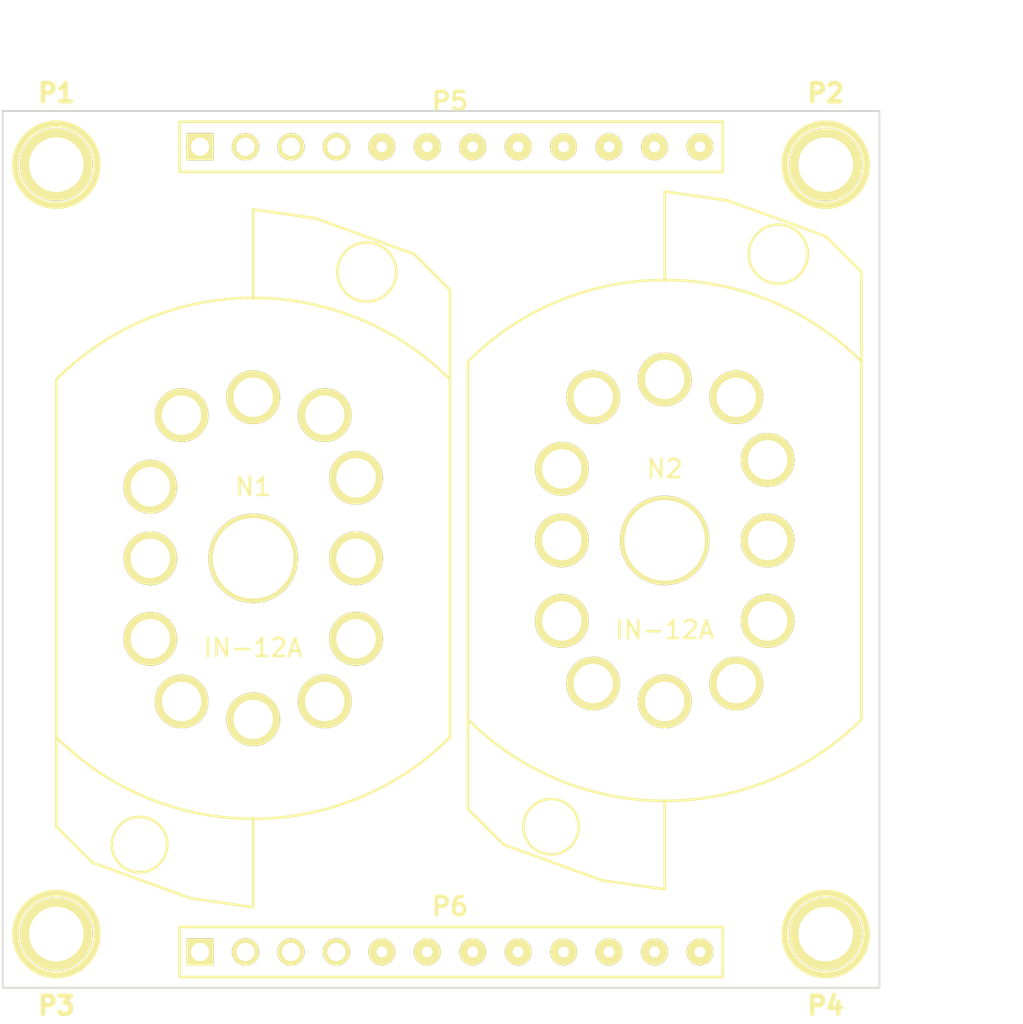
<source format=kicad_pcb>
(kicad_pcb (version 3) (host pcbnew "(2013-dec-23)-stable")

  (general
    (links 23)
    (no_connects 23)
    (area 139.232334 36.150001 200.999999 92.4036)
    (thickness 1.6)
    (drawings 6)
    (tracks 0)
    (zones 0)
    (modules 8)
    (nets 24)
  )

  (page A3)
  (layers
    (15 F.Cu signal)
    (0 B.Cu signal)
    (16 B.Adhes user)
    (17 F.Adhes user)
    (18 B.Paste user)
    (19 F.Paste user)
    (20 B.SilkS user)
    (21 F.SilkS user)
    (22 B.Mask user)
    (23 F.Mask user)
    (24 Dwgs.User user)
    (25 Cmts.User user)
    (26 Eco1.User user)
    (27 Eco2.User user)
    (28 Edge.Cuts user)
  )

  (setup
    (last_trace_width 0.254)
    (trace_clearance 0.254)
    (zone_clearance 0.508)
    (zone_45_only no)
    (trace_min 0.254)
    (segment_width 0.2)
    (edge_width 0.1)
    (via_size 0.889)
    (via_drill 0.635)
    (via_min_size 0.889)
    (via_min_drill 0.508)
    (uvia_size 0.508)
    (uvia_drill 0.127)
    (uvias_allowed no)
    (uvia_min_size 0.508)
    (uvia_min_drill 0.127)
    (pcb_text_width 0.3)
    (pcb_text_size 1.5 1.5)
    (mod_edge_width 0.15)
    (mod_text_size 1 1)
    (mod_text_width 0.15)
    (pad_size 5 5)
    (pad_drill 4.5)
    (pad_to_mask_clearance 0)
    (aux_axis_origin 0 0)
    (visible_elements FFFFFFBF)
    (pcbplotparams
      (layerselection 3178497)
      (usegerberextensions true)
      (excludeedgelayer true)
      (linewidth 0.150000)
      (plotframeref false)
      (viasonmask false)
      (mode 1)
      (useauxorigin false)
      (hpglpennumber 1)
      (hpglpenspeed 20)
      (hpglpendiameter 15)
      (hpglpenoverlay 2)
      (psnegative false)
      (psa4output false)
      (plotreference true)
      (plotvalue true)
      (plotothertext true)
      (plotinvisibletext false)
      (padsonsilk false)
      (subtractmaskfromsilk false)
      (outputformat 1)
      (mirror false)
      (drillshape 1)
      (scaleselection 1)
      (outputdirectory ""))
  )

  (net 0 "")
  (net 1 /A0)
  (net 2 /A1)
  (net 3 /A2)
  (net 4 /A3)
  (net 5 /A4)
  (net 6 /A5)
  (net 7 /A6)
  (net 8 /A7)
  (net 9 /A8)
  (net 10 /A9)
  (net 11 /B0)
  (net 12 /B1)
  (net 13 /B2)
  (net 14 /B3)
  (net 15 /B4)
  (net 16 /B5)
  (net 17 /B6)
  (net 18 /B7)
  (net 19 /B8)
  (net 20 /B9)
  (net 21 GND)
  (net 22 N-0000010)
  (net 23 N-000006)

  (net_class Default "This is the default net class."
    (clearance 0.254)
    (trace_width 0.254)
    (via_dia 0.889)
    (via_drill 0.635)
    (uvia_dia 0.508)
    (uvia_drill 0.127)
    (add_net "")
    (add_net /A0)
    (add_net /A1)
    (add_net /A2)
    (add_net /A3)
    (add_net /A4)
    (add_net /A5)
    (add_net /A6)
    (add_net /A7)
    (add_net /A8)
    (add_net /A9)
    (add_net /B0)
    (add_net /B1)
    (add_net /B2)
    (add_net /B3)
    (add_net /B4)
    (add_net /B5)
    (add_net /B6)
    (add_net /B7)
    (add_net /B8)
    (add_net /B9)
    (add_net GND)
    (add_net N-0000010)
    (add_net N-000006)
  )

  (module PIN_ARRAY_12x1 (layer F.Cu) (tedit 5395F38D) (tstamp 5399EE4F)
    (at 165 44)
    (descr "Double rangee de contacts 2 x 5 pins")
    (tags CONN)
    (path /5387182A)
    (fp_text reference P5 (at 0 -2.54) (layer F.SilkS)
      (effects (font (size 1.016 1.016) (thickness 0.2032)))
    )
    (fp_text value CONN_12 (at 0 2.54) (layer F.SilkS) hide
      (effects (font (size 1.016 1.016) (thickness 0.2032)))
    )
    (fp_line (start -15.113 -1.397) (end -15.113 1.397) (layer F.SilkS) (width 0.15))
    (fp_line (start -15.113 1.397) (end 15.24 1.397) (layer F.SilkS) (width 0.15))
    (fp_line (start 15.24 1.397) (end 15.24 -1.397) (layer F.SilkS) (width 0.15))
    (fp_line (start 15.24 -1.397) (end -15.113 -1.397) (layer F.SilkS) (width 0.15))
    (pad 1 thru_hole rect (at -13.97 0) (size 1.524 1.524) (drill 1.016)
      (layers *.Cu *.Mask F.SilkS)
      (net 22 N-0000010)
    )
    (pad 2 thru_hole circle (at -11.43 0) (size 1.524 1.524) (drill 1.016)
      (layers *.Cu *.Mask F.SilkS)
      (net 1 /A0)
    )
    (pad 3 thru_hole circle (at -8.89 0) (size 1.524 1.524) (drill 1.016)
      (layers *.Cu *.Mask F.SilkS)
      (net 2 /A1)
    )
    (pad 4 thru_hole circle (at -6.35 0) (size 1.524 1.524) (drill 1.016)
      (layers *.Cu *.Mask F.SilkS)
      (net 6 /A5)
    )
    (pad 5 thru_hole circle (at -3.81 0) (size 1.5 1.5) (drill 0.6)
      (layers *.Cu *.Mask F.SilkS)
      (net 5 /A4)
    )
    (pad 6 thru_hole circle (at -1.27 0) (size 1.5 1.5) (drill 0.6)
      (layers *.Cu *.Mask F.SilkS)
      (net 7 /A6)
    )
    (pad 7 thru_hole circle (at 1.27 0) (size 1.5 1.5) (drill 0.6)
      (layers *.Cu *.Mask F.SilkS)
      (net 8 /A7)
    )
    (pad 8 thru_hole circle (at 3.81 0) (size 1.5 1.5) (drill 0.6)
      (layers *.Cu *.Mask F.SilkS)
      (net 4 /A3)
    )
    (pad 9 thru_hole circle (at 6.35 0) (size 1.5 1.5) (drill 0.6)
      (layers *.Cu *.Mask F.SilkS)
      (net 9 /A8)
    )
    (pad 10 thru_hole circle (at 8.89 0) (size 1.5 1.5) (drill 0.6)
      (layers *.Cu *.Mask F.SilkS)
      (net 10 /A9)
    )
    (pad 11 thru_hole circle (at 11.43 0) (size 1.5 1.5) (drill 0.6)
      (layers *.Cu *.Mask F.SilkS)
      (net 3 /A2)
    )
    (pad 12 thru_hole circle (at 13.97 0) (size 1.5 1.5) (drill 0.6)
      (layers *.Cu *.Mask F.SilkS)
      (net 21 GND)
    )
    (model pin_array\pins_array_4x1.wrl
      (at (xyz 0 0 0))
      (scale (xyz 1 1 1))
      (rotate (xyz 0 0 0))
    )
  )

  (module PIN_ARRAY_12x1 (layer F.Cu) (tedit 5395F38D) (tstamp 5399EE63)
    (at 165 89)
    (descr "Double rangee de contacts 2 x 5 pins")
    (tags CONN)
    (path /53871848)
    (fp_text reference P6 (at 0 -2.54) (layer F.SilkS)
      (effects (font (size 1.016 1.016) (thickness 0.2032)))
    )
    (fp_text value CONN_12 (at 0 2.54) (layer F.SilkS) hide
      (effects (font (size 1.016 1.016) (thickness 0.2032)))
    )
    (fp_line (start -15.113 -1.397) (end -15.113 1.397) (layer F.SilkS) (width 0.15))
    (fp_line (start -15.113 1.397) (end 15.24 1.397) (layer F.SilkS) (width 0.15))
    (fp_line (start 15.24 1.397) (end 15.24 -1.397) (layer F.SilkS) (width 0.15))
    (fp_line (start 15.24 -1.397) (end -15.113 -1.397) (layer F.SilkS) (width 0.15))
    (pad 1 thru_hole rect (at -13.97 0) (size 1.524 1.524) (drill 1.016)
      (layers *.Cu *.Mask F.SilkS)
      (net 11 /B0)
    )
    (pad 2 thru_hole circle (at -11.43 0) (size 1.524 1.524) (drill 1.016)
      (layers *.Cu *.Mask F.SilkS)
      (net 12 /B1)
    )
    (pad 3 thru_hole circle (at -8.89 0) (size 1.524 1.524) (drill 1.016)
      (layers *.Cu *.Mask F.SilkS)
      (net 16 /B5)
    )
    (pad 4 thru_hole circle (at -6.35 0) (size 1.524 1.524) (drill 1.016)
      (layers *.Cu *.Mask F.SilkS)
      (net 15 /B4)
    )
    (pad 5 thru_hole circle (at -3.81 0) (size 1.5 1.5) (drill 0.6)
      (layers *.Cu *.Mask F.SilkS)
      (net 21 GND)
    )
    (pad 6 thru_hole circle (at -1.27 0) (size 1.5 1.5) (drill 0.6)
      (layers *.Cu *.Mask F.SilkS)
      (net 17 /B6)
    )
    (pad 7 thru_hole circle (at 1.27 0) (size 1.5 1.5) (drill 0.6)
      (layers *.Cu *.Mask F.SilkS)
      (net 18 /B7)
    )
    (pad 8 thru_hole circle (at 3.81 0) (size 1.5 1.5) (drill 0.6)
      (layers *.Cu *.Mask F.SilkS)
      (net 14 /B3)
    )
    (pad 9 thru_hole circle (at 6.35 0) (size 1.5 1.5) (drill 0.6)
      (layers *.Cu *.Mask F.SilkS)
      (net 19 /B8)
    )
    (pad 10 thru_hole circle (at 8.89 0) (size 1.5 1.5) (drill 0.6)
      (layers *.Cu *.Mask F.SilkS)
      (net 20 /B9)
    )
    (pad 11 thru_hole circle (at 11.43 0) (size 1.5 1.5) (drill 0.6)
      (layers *.Cu *.Mask F.SilkS)
      (net 13 /B2)
    )
    (pad 12 thru_hole circle (at 13.97 0) (size 1.5 1.5) (drill 0.6)
      (layers *.Cu *.Mask F.SilkS)
      (net 23 N-000006)
    )
    (model pin_array\pins_array_4x1.wrl
      (at (xyz 0 0 0))
      (scale (xyz 1 1 1))
      (rotate (xyz 0 0 0))
    )
  )

  (module IN-12A (layer F.Cu) (tedit 5399EC77) (tstamp 5399EE84)
    (at 154 67)
    (path /53871802)
    (fp_text reference N1 (at 0 -4) (layer F.SilkS)
      (effects (font (size 1 1) (thickness 0.15)))
    )
    (fp_text value IN-12A (at 0 5) (layer F.SilkS)
      (effects (font (size 1 1) (thickness 0.15)))
    )
    (fp_circle (center 6.35 -16) (end 8 -16) (layer F.SilkS) (width 0.15))
    (fp_circle (center -6.35 16) (end -7.9 16) (layer F.SilkS) (width 0.15))
    (fp_line (start -9 17) (end -3.5 19) (layer F.SilkS) (width 0.15))
    (fp_line (start -3.5 19) (end 0 19.5) (layer F.SilkS) (width 0.15))
    (fp_line (start -11 15) (end -9 17) (layer F.SilkS) (width 0.15))
    (fp_line (start -11 10) (end -11 15) (layer F.SilkS) (width 0.15))
    (fp_line (start 0 14.5) (end 0 19.5) (layer F.SilkS) (width 0.15))
    (fp_line (start 11 -15) (end 9 -17) (layer F.SilkS) (width 0.15))
    (fp_line (start 9 -17) (end 3.5 -19) (layer F.SilkS) (width 0.15))
    (fp_line (start 3.5 -19) (end 0 -19.5) (layer F.SilkS) (width 0.15))
    (fp_line (start 11 -10) (end 11 -15) (layer F.SilkS) (width 0.15))
    (fp_line (start 0 -14.5) (end 0 -19.5) (layer F.SilkS) (width 0.15))
    (fp_line (start -11 -10) (end -11 10) (layer F.SilkS) (width 0.15))
    (fp_line (start 11 -10) (end 11 10) (layer F.SilkS) (width 0.15))
    (fp_arc (start 0 -1) (end 11 10) (angle 90) (layer F.SilkS) (width 0.15))
    (fp_arc (start 0 1) (end -11 -10) (angle 90) (layer F.SilkS) (width 0.15))
    (pad 3 thru_hole circle (at 5.75 0) (size 3 3) (drill 2.2)
      (layers *.Cu *.Mask F.SilkS)
      (net 10 /A9)
    )
    (pad 2 thru_hole circle (at 5.75 4.5) (size 3 3) (drill 2.2)
      (layers *.Cu *.Mask F.SilkS)
      (net 1 /A0)
    )
    (pad 1 thru_hole circle (at 4 8) (size 3 3) (drill 2.2)
      (layers *.Cu *.Mask F.SilkS)
      (net 22 N-0000010)
    )
    (pad 12 thru_hole circle (at 0 9) (size 3 3) (drill 2.2)
      (layers *.Cu *.Mask F.SilkS)
    )
    (pad 11 thru_hole circle (at -4 8) (size 3 3) (drill 2.2)
      (layers *.Cu *.Mask F.SilkS)
      (net 2 /A1)
    )
    (pad 10 thru_hole circle (at -5.75 4.5) (size 3 3) (drill 2.2)
      (layers *.Cu *.Mask F.SilkS)
      (net 3 /A2)
    )
    (pad 9 thru_hole circle (at -5.75 0) (size 3 3) (drill 2.2)
      (layers *.Cu *.Mask F.SilkS)
      (net 4 /A3)
    )
    (pad 8 thru_hole circle (at -5.75 -4) (size 3 3) (drill 2.2)
      (layers *.Cu *.Mask F.SilkS)
      (net 5 /A4)
    )
    (pad 7 thru_hole circle (at -4 -8) (size 3 3) (drill 2.2)
      (layers *.Cu *.Mask F.SilkS)
      (net 6 /A5)
    )
    (pad 6 thru_hole circle (at 0 -9) (size 3 3) (drill 2.2)
      (layers *.Cu *.Mask F.SilkS)
      (net 7 /A6)
    )
    (pad 5 thru_hole circle (at 4 -8) (size 3 3) (drill 2.2)
      (layers *.Cu *.Mask F.SilkS)
      (net 8 /A7)
    )
    (pad 4 thru_hole circle (at 5.75 -4.5) (size 3 3) (drill 2.2)
      (layers *.Cu *.Mask F.SilkS)
      (net 9 /A8)
    )
    (pad "" thru_hole circle (at 0 0) (size 5 5) (drill 4.5)
      (layers *.Cu *.Mask F.SilkS)
    )
  )

  (module IN-12A (layer F.Cu) (tedit 5399EC77) (tstamp 5399EEA5)
    (at 177 66)
    (path /5387181B)
    (fp_text reference N2 (at 0 -4) (layer F.SilkS)
      (effects (font (size 1 1) (thickness 0.15)))
    )
    (fp_text value IN-12A (at 0 5) (layer F.SilkS)
      (effects (font (size 1 1) (thickness 0.15)))
    )
    (fp_circle (center 6.35 -16) (end 8 -16) (layer F.SilkS) (width 0.15))
    (fp_circle (center -6.35 16) (end -7.9 16) (layer F.SilkS) (width 0.15))
    (fp_line (start -9 17) (end -3.5 19) (layer F.SilkS) (width 0.15))
    (fp_line (start -3.5 19) (end 0 19.5) (layer F.SilkS) (width 0.15))
    (fp_line (start -11 15) (end -9 17) (layer F.SilkS) (width 0.15))
    (fp_line (start -11 10) (end -11 15) (layer F.SilkS) (width 0.15))
    (fp_line (start 0 14.5) (end 0 19.5) (layer F.SilkS) (width 0.15))
    (fp_line (start 11 -15) (end 9 -17) (layer F.SilkS) (width 0.15))
    (fp_line (start 9 -17) (end 3.5 -19) (layer F.SilkS) (width 0.15))
    (fp_line (start 3.5 -19) (end 0 -19.5) (layer F.SilkS) (width 0.15))
    (fp_line (start 11 -10) (end 11 -15) (layer F.SilkS) (width 0.15))
    (fp_line (start 0 -14.5) (end 0 -19.5) (layer F.SilkS) (width 0.15))
    (fp_line (start -11 -10) (end -11 10) (layer F.SilkS) (width 0.15))
    (fp_line (start 11 -10) (end 11 10) (layer F.SilkS) (width 0.15))
    (fp_arc (start 0 -1) (end 11 10) (angle 90) (layer F.SilkS) (width 0.15))
    (fp_arc (start 0 1) (end -11 -10) (angle 90) (layer F.SilkS) (width 0.15))
    (pad 3 thru_hole circle (at 5.75 0) (size 3 3) (drill 2.2)
      (layers *.Cu *.Mask F.SilkS)
      (net 20 /B9)
    )
    (pad 2 thru_hole circle (at 5.75 4.5) (size 3 3) (drill 2.2)
      (layers *.Cu *.Mask F.SilkS)
      (net 11 /B0)
    )
    (pad 1 thru_hole circle (at 4 8) (size 3 3) (drill 2.2)
      (layers *.Cu *.Mask F.SilkS)
      (net 23 N-000006)
    )
    (pad 12 thru_hole circle (at 0 9) (size 3 3) (drill 2.2)
      (layers *.Cu *.Mask F.SilkS)
    )
    (pad 11 thru_hole circle (at -4 8) (size 3 3) (drill 2.2)
      (layers *.Cu *.Mask F.SilkS)
      (net 12 /B1)
    )
    (pad 10 thru_hole circle (at -5.75 4.5) (size 3 3) (drill 2.2)
      (layers *.Cu *.Mask F.SilkS)
      (net 13 /B2)
    )
    (pad 9 thru_hole circle (at -5.75 0) (size 3 3) (drill 2.2)
      (layers *.Cu *.Mask F.SilkS)
      (net 14 /B3)
    )
    (pad 8 thru_hole circle (at -5.75 -4) (size 3 3) (drill 2.2)
      (layers *.Cu *.Mask F.SilkS)
      (net 15 /B4)
    )
    (pad 7 thru_hole circle (at -4 -8) (size 3 3) (drill 2.2)
      (layers *.Cu *.Mask F.SilkS)
      (net 16 /B5)
    )
    (pad 6 thru_hole circle (at 0 -9) (size 3 3) (drill 2.2)
      (layers *.Cu *.Mask F.SilkS)
      (net 17 /B6)
    )
    (pad 5 thru_hole circle (at 4 -8) (size 3 3) (drill 2.2)
      (layers *.Cu *.Mask F.SilkS)
      (net 18 /B7)
    )
    (pad 4 thru_hole circle (at 5.75 -4.5) (size 3 3) (drill 2.2)
      (layers *.Cu *.Mask F.SilkS)
      (net 19 /B8)
    )
    (pad "" thru_hole circle (at 0 0) (size 5 5) (drill 4.5)
      (layers *.Cu *.Mask F.SilkS)
    )
  )

  (module 1pin (layer F.Cu) (tedit 5399EE33) (tstamp 5399ED84)
    (at 143 45)
    (descr "module 1 pin (ou trou mecanique de percage)")
    (tags DEV)
    (path /5399ED83)
    (fp_text reference P1 (at 0 -4) (layer F.SilkS)
      (effects (font (size 1.016 1.016) (thickness 0.254)))
    )
    (fp_text value CONN_1 (at 0 2.794) (layer F.SilkS) hide
      (effects (font (size 1.016 1.016) (thickness 0.254)))
    )
    (fp_circle (center 0 0) (end 0 -2.286) (layer F.SilkS) (width 0.381))
    (pad 1 thru_hole circle (at 0 0) (size 4.064 4.064) (drill 3.048)
      (layers *.Cu *.Mask F.SilkS)
    )
  )

  (module 1pin (layer F.Cu) (tedit 5399EE35) (tstamp 5399ED8A)
    (at 186 45)
    (descr "module 1 pin (ou trou mecanique de percage)")
    (tags DEV)
    (path /5399ED92)
    (fp_text reference P2 (at 0 -4) (layer F.SilkS)
      (effects (font (size 1.016 1.016) (thickness 0.254)))
    )
    (fp_text value CONN_1 (at 0 2.794) (layer F.SilkS) hide
      (effects (font (size 1.016 1.016) (thickness 0.254)))
    )
    (fp_circle (center 0 0) (end 0 -2.286) (layer F.SilkS) (width 0.381))
    (pad 1 thru_hole circle (at 0 0) (size 4.064 4.064) (drill 3.048)
      (layers *.Cu *.Mask F.SilkS)
    )
  )

  (module 1pin (layer F.Cu) (tedit 5399EE3E) (tstamp 5399ED90)
    (at 143 88)
    (descr "module 1 pin (ou trou mecanique de percage)")
    (tags DEV)
    (path /5399EDA1)
    (fp_text reference P3 (at 0 4) (layer F.SilkS)
      (effects (font (size 1.016 1.016) (thickness 0.254)))
    )
    (fp_text value CONN_1 (at 0 2.794) (layer F.SilkS) hide
      (effects (font (size 1.016 1.016) (thickness 0.254)))
    )
    (fp_circle (center 0 0) (end 0 -2.286) (layer F.SilkS) (width 0.381))
    (pad 1 thru_hole circle (at 0 0) (size 4.064 4.064) (drill 3.048)
      (layers *.Cu *.Mask F.SilkS)
    )
  )

  (module 1pin (layer F.Cu) (tedit 5399EE39) (tstamp 5399ED96)
    (at 186 88)
    (descr "module 1 pin (ou trou mecanique de percage)")
    (tags DEV)
    (path /5399EDB0)
    (fp_text reference P4 (at 0 4) (layer F.SilkS)
      (effects (font (size 1.016 1.016) (thickness 0.254)))
    )
    (fp_text value CONN_1 (at 0 2.794) (layer F.SilkS) hide
      (effects (font (size 1.016 1.016) (thickness 0.254)))
    )
    (fp_circle (center 0 0) (end 0 -2.286) (layer F.SilkS) (width 0.381))
    (pad 1 thru_hole circle (at 0 0) (size 4.064 4.064) (drill 3.048)
      (layers *.Cu *.Mask F.SilkS)
    )
  )

  (dimension 49 (width 0.3) (layer Dwgs.User)
    (gr_text "49.000 mm" (at 194.349999 66.5 270) (layer Dwgs.User)
      (effects (font (size 1.5 1.5) (thickness 0.3)))
    )
    (feature1 (pts (xy 190 91) (xy 195.699999 91)))
    (feature2 (pts (xy 190 42) (xy 195.699999 42)))
    (crossbar (pts (xy 192.999999 42) (xy 192.999999 91)))
    (arrow1a (pts (xy 192.999999 91) (xy 192.413579 89.873497)))
    (arrow1b (pts (xy 192.999999 91) (xy 193.586419 89.873497)))
    (arrow2a (pts (xy 192.999999 42) (xy 192.413579 43.126503)))
    (arrow2b (pts (xy 192.999999 42) (xy 193.586419 43.126503)))
  )
  (dimension 49 (width 0.3) (layer Dwgs.User)
    (gr_text "49.000 mm" (at 164.5 37.650001) (layer Dwgs.User)
      (effects (font (size 1.5 1.5) (thickness 0.3)))
    )
    (feature1 (pts (xy 189 41) (xy 189 36.300001)))
    (feature2 (pts (xy 140 41) (xy 140 36.300001)))
    (crossbar (pts (xy 140 39.000001) (xy 189 39.000001)))
    (arrow1a (pts (xy 189 39.000001) (xy 187.873497 39.586421)))
    (arrow1b (pts (xy 189 39.000001) (xy 187.873497 38.413581)))
    (arrow2a (pts (xy 140 39.000001) (xy 141.126503 39.586421)))
    (arrow2b (pts (xy 140 39.000001) (xy 141.126503 38.413581)))
  )
  (gr_line (start 140 91) (end 140 42) (angle 90) (layer Edge.Cuts) (width 0.1))
  (gr_line (start 189 91) (end 140 91) (angle 90) (layer Edge.Cuts) (width 0.1))
  (gr_line (start 189 42) (end 189 91) (angle 90) (layer Edge.Cuts) (width 0.1))
  (gr_line (start 140 42) (end 189 42) (angle 90) (layer Edge.Cuts) (width 0.1))

)

</source>
